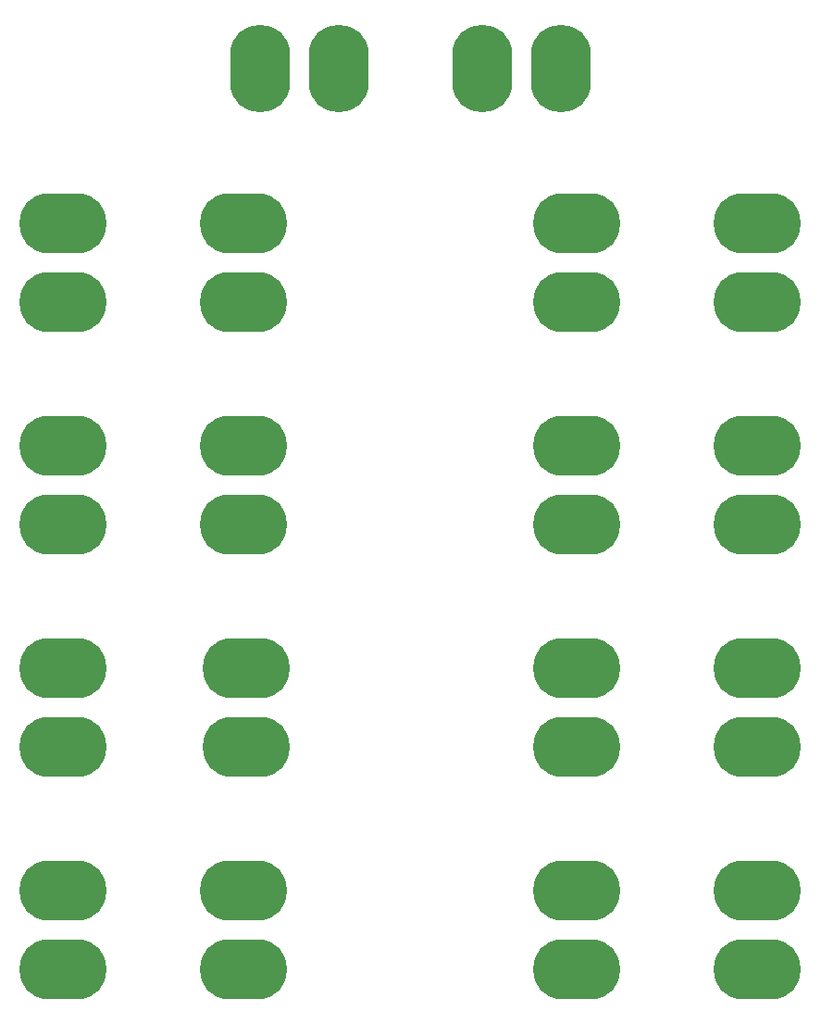
<source format=gbs>
%TF.GenerationSoftware,KiCad,Pcbnew,(5.1.10)-1*%
%TF.CreationDate,2021-08-24T00:39:05-04:00*%
%TF.ProjectId,PDBV2,50444256-322e-46b6-9963-61645f706362,rev?*%
%TF.SameCoordinates,Original*%
%TF.FileFunction,Soldermask,Bot*%
%TF.FilePolarity,Negative*%
%FSLAX46Y46*%
G04 Gerber Fmt 4.6, Leading zero omitted, Abs format (unit mm)*
G04 Created by KiCad (PCBNEW (5.1.10)-1) date 2021-08-24 00:39:05*
%MOMM*%
%LPD*%
G01*
G04 APERTURE LIST*
%ADD10O,8.000000X5.500000*%
%ADD11O,5.500000X8.000000*%
G04 APERTURE END LIST*
D10*
%TO.C,U10*%
X146050000Y-126028000D03*
X146050000Y-118828000D03*
%TD*%
%TO.C,U16*%
X146050000Y-105708000D03*
X146050000Y-98508000D03*
%TD*%
D11*
%TO.C,U15*%
X124250000Y-43688000D03*
X117050000Y-43688000D03*
%TD*%
D10*
%TO.C,U1*%
X99060000Y-65068000D03*
X99060000Y-57868000D03*
%TD*%
%TO.C,U2*%
X99060000Y-85388000D03*
X99060000Y-78188000D03*
%TD*%
%TO.C,U3*%
X115570000Y-65068000D03*
X115570000Y-57868000D03*
%TD*%
%TO.C,U4*%
X99060000Y-105708000D03*
X99060000Y-98508000D03*
%TD*%
%TO.C,U5*%
X115570000Y-85388000D03*
X115570000Y-78188000D03*
%TD*%
%TO.C,U8*%
X115770000Y-105708000D03*
X115770000Y-98508000D03*
%TD*%
%TO.C,U9*%
X146050000Y-85388000D03*
X146050000Y-78188000D03*
%TD*%
%TO.C,U11*%
X99060000Y-126028000D03*
X99060000Y-118828000D03*
%TD*%
%TO.C,U13*%
X115570000Y-126028000D03*
X115570000Y-118828000D03*
%TD*%
%TO.C,U14*%
X146050000Y-65068000D03*
X146050000Y-57868000D03*
%TD*%
%TO.C,U6*%
X162560000Y-126028000D03*
X162560000Y-118828000D03*
%TD*%
D11*
%TO.C,U7*%
X144570000Y-43688000D03*
X137370000Y-43688000D03*
%TD*%
D10*
%TO.C,U12*%
X162560000Y-65068000D03*
X162560000Y-57868000D03*
%TD*%
%TO.C,U17*%
X162560000Y-105708000D03*
X162560000Y-98508000D03*
%TD*%
%TO.C,U18*%
X162560000Y-85388000D03*
X162560000Y-78188000D03*
%TD*%
M02*

</source>
